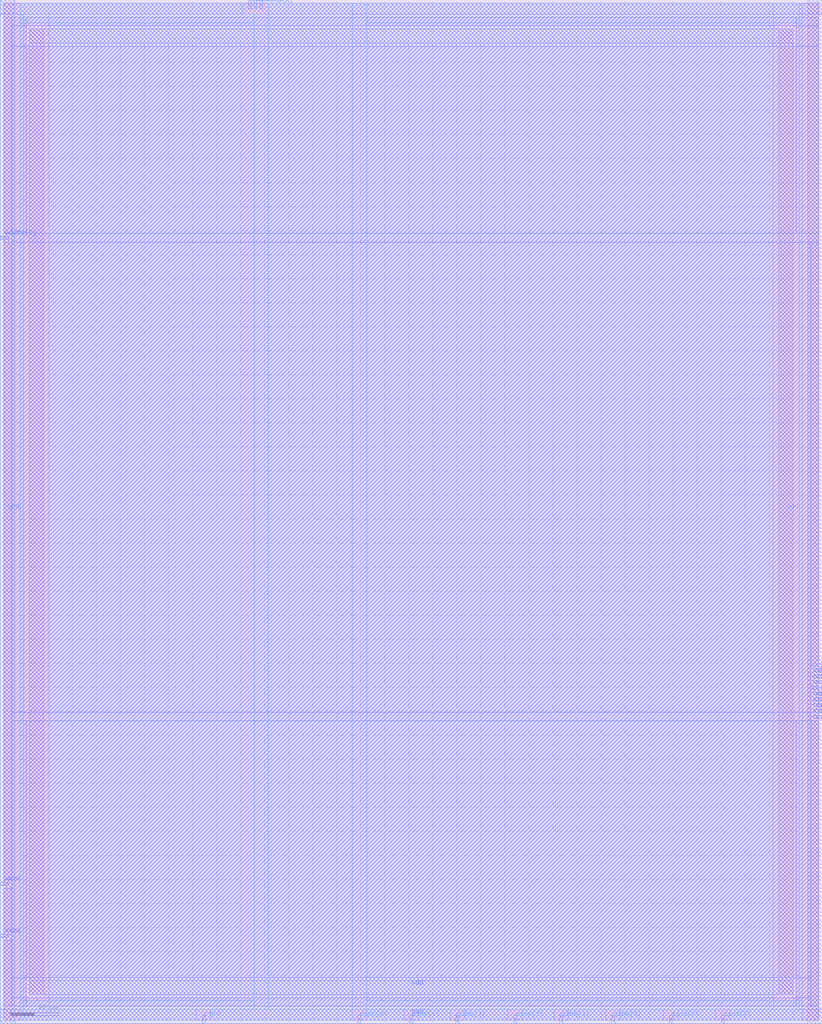
<source format=lef>
VERSION 5.4 ;
NAMESCASESENSITIVE ON ;
BUSBITCHARS "[]" ;
DIVIDERCHAR "/" ;
UNITS
  DATABASE MICRONS 2000 ;
END UNITS
MACRO RAM_Mem
   CLASS BLOCK ;
   SIZE 342.0 BY 426.0 ;
   SYMMETRY X Y R90 ;
   PIN din0[0]
      DIRECTION INPUT ;
      PORT
         LAYER metal4 ;
         RECT  148.8 0.0 150.0 3.6 ;
      END
   END din0[0]
   PIN din0[1]
      DIRECTION INPUT ;
      PORT
         LAYER metal4 ;
         RECT  170.4 0.0 171.6 3.6 ;
      END
   END din0[1]
   PIN din0[2]
      DIRECTION INPUT ;
      PORT
         LAYER metal4 ;
         RECT  189.6 0.0 190.8 3.6 ;
      END
   END din0[2]
   PIN din0[3]
      DIRECTION INPUT ;
      PORT
         LAYER metal4 ;
         RECT  213.6 0.0 214.8 3.6 ;
      END
   END din0[3]
   PIN din0[4]
      DIRECTION INPUT ;
      PORT
         LAYER metal4 ;
         RECT  232.8 0.0 234.0 3.6 ;
      END
   END din0[4]
   PIN din0[5]
      DIRECTION INPUT ;
      PORT
         LAYER metal4 ;
         RECT  254.4 0.0 255.6 3.6 ;
      END
   END din0[5]
   PIN din0[6]
      DIRECTION INPUT ;
      PORT
         LAYER metal4 ;
         RECT  278.4 0.0 279.6 3.6 ;
      END
   END din0[6]
   PIN din0[7]
      DIRECTION INPUT ;
      PORT
         LAYER metal4 ;
         RECT  300.0 0.0 301.2 3.6 ;
      END
   END din0[7]
   PIN addr0[0]
      DIRECTION INPUT ;
      PORT
         LAYER metal3 ;
         RECT  0.0 326.4 3.6 327.6 ;
      END
   END addr0[0]
   PIN addr0[1]
      DIRECTION INPUT ;
      PORT
         LAYER metal4 ;
         RECT  108.0 422.4 109.2 426.0 ;
      END
   END addr0[1]
   PIN addr0[2]
      DIRECTION INPUT ;
      PORT
         LAYER metal4 ;
         RECT  105.6 422.4 106.8 426.0 ;
      END
   END addr0[2]
   PIN addr0[3]
      DIRECTION INPUT ;
      PORT
         LAYER metal4 ;
         RECT  103.2 422.4 104.4 426.0 ;
      END
   END addr0[3]
   PIN csb0
      DIRECTION INPUT ;
      PORT
         LAYER metal3 ;
         RECT  0.0 36.0 3.6 37.2 ;
      END
   END csb0
   PIN web0
      DIRECTION INPUT ;
      PORT
         LAYER metal3 ;
         RECT  0.0 57.6 3.6 58.8 ;
      END
   END web0
   PIN clk0
      DIRECTION INPUT ;
      PORT
         LAYER metal4 ;
         RECT  84.0 0.0 85.2 3.6 ;
      END
   END clk0
   PIN dout0[0]
      DIRECTION OUTPUT ;
      PORT
         LAYER metal3 ;
         RECT  338.4 127.2 342.0 128.4 ;
      END
   END dout0[0]
   PIN dout0[1]
      DIRECTION OUTPUT ;
      PORT
         LAYER metal3 ;
         RECT  338.4 146.4 342.0 147.6 ;
      END
   END dout0[1]
   PIN dout0[2]
      DIRECTION OUTPUT ;
      PORT
         LAYER metal3 ;
         RECT  338.4 129.6 342.0 130.8 ;
      END
   END dout0[2]
   PIN dout0[3]
      DIRECTION OUTPUT ;
      PORT
         LAYER metal3 ;
         RECT  338.4 132.0 342.0 133.2 ;
      END
   END dout0[3]
   PIN dout0[4]
      DIRECTION OUTPUT ;
      PORT
         LAYER metal3 ;
         RECT  338.4 144.0 342.0 145.2 ;
      END
   END dout0[4]
   PIN dout0[5]
      DIRECTION OUTPUT ;
      PORT
         LAYER metal3 ;
         RECT  338.4 141.6 342.0 142.8 ;
      END
   END dout0[5]
   PIN dout0[6]
      DIRECTION OUTPUT ;
      PORT
         LAYER metal3 ;
         RECT  338.4 134.4 342.0 135.6 ;
      END
   END dout0[6]
   PIN dout0[7]
      DIRECTION OUTPUT ;
      PORT
         LAYER metal3 ;
         RECT  338.4 136.8 342.0 138.0 ;
      END
   END dout0[7]
   PIN vdd
      DIRECTION INOUT ;
      USE POWER ; 
      SHAPE ABUTMENT ; 
      PORT
         LAYER metal4 ;
         RECT  12.0 12.0 18.0 414.0 ;
         LAYER metal3 ;
         RECT  12.0 408.0 330.0 414.0 ;
         LAYER metal3 ;
         RECT  12.0 12.0 330.0 18.0 ;
         LAYER metal4 ;
         RECT  324.0 12.0 330.0 414.0 ;
      END
   END vdd
   PIN gnd
      DIRECTION INOUT ;
      USE GROUND ; 
      SHAPE ABUTMENT ; 
      PORT
         LAYER metal4 ;
         RECT  336.0 0.0 342.0 426.0 ;
         LAYER metal3 ;
         RECT  0.0 420.0 342.0 426.0 ;
         LAYER metal3 ;
         RECT  0.0 0.0 342.0 6.0 ;
         LAYER metal4 ;
         RECT  0.0 0.0 6.0 426.0 ;
      END
   END gnd
   OBS
   LAYER  metal1 ;
      RECT  1.4 1.4 340.6 424.6 ;
   LAYER  metal2 ;
      RECT  1.4 1.4 340.6 424.6 ;
   LAYER  metal3 ;
      RECT  4.8 325.2 340.6 328.8 ;
      RECT  1.4 38.4 4.8 56.4 ;
      RECT  1.4 60.0 4.8 325.2 ;
      RECT  4.8 126.0 337.2 129.6 ;
      RECT  4.8 129.6 337.2 325.2 ;
      RECT  337.2 148.8 340.6 325.2 ;
      RECT  337.2 139.2 340.6 140.4 ;
      RECT  4.8 328.8 10.8 406.8 ;
      RECT  4.8 406.8 10.8 415.2 ;
      RECT  10.8 328.8 331.2 406.8 ;
      RECT  331.2 328.8 340.6 406.8 ;
      RECT  331.2 406.8 340.6 415.2 ;
      RECT  4.8 10.8 10.8 19.2 ;
      RECT  4.8 19.2 10.8 126.0 ;
      RECT  10.8 19.2 331.2 126.0 ;
      RECT  331.2 10.8 337.2 19.2 ;
      RECT  331.2 19.2 337.2 126.0 ;
      RECT  1.4 328.8 4.8 418.8 ;
      RECT  4.8 415.2 10.8 418.8 ;
      RECT  10.8 415.2 331.2 418.8 ;
      RECT  331.2 415.2 340.6 418.8 ;
      RECT  1.4 7.2 4.8 34.8 ;
      RECT  337.2 7.2 340.6 126.0 ;
      RECT  4.8 7.2 10.8 10.8 ;
      RECT  10.8 7.2 331.2 10.8 ;
      RECT  331.2 7.2 337.2 10.8 ;
   LAYER  metal4 ;
      RECT  146.4 6.0 152.4 424.6 ;
      RECT  152.4 1.4 168.0 6.0 ;
      RECT  174.0 1.4 187.2 6.0 ;
      RECT  193.2 1.4 211.2 6.0 ;
      RECT  217.2 1.4 230.4 6.0 ;
      RECT  236.4 1.4 252.0 6.0 ;
      RECT  258.0 1.4 276.0 6.0 ;
      RECT  282.0 1.4 297.6 6.0 ;
      RECT  105.6 6.0 111.6 420.0 ;
      RECT  111.6 6.0 146.4 420.0 ;
      RECT  111.6 420.0 146.4 424.6 ;
      RECT  87.6 1.4 146.4 6.0 ;
      RECT  9.6 6.0 20.4 9.6 ;
      RECT  9.6 416.4 20.4 420.0 ;
      RECT  20.4 6.0 105.6 9.6 ;
      RECT  20.4 9.6 105.6 416.4 ;
      RECT  20.4 416.4 105.6 420.0 ;
      RECT  152.4 6.0 321.6 9.6 ;
      RECT  152.4 9.6 321.6 416.4 ;
      RECT  152.4 416.4 321.6 424.6 ;
      RECT  321.6 6.0 332.4 9.6 ;
      RECT  321.6 416.4 332.4 424.6 ;
      RECT  303.6 1.4 333.6 6.0 ;
      RECT  332.4 6.0 333.6 9.6 ;
      RECT  332.4 9.6 333.6 416.4 ;
      RECT  332.4 416.4 333.6 424.6 ;
      RECT  8.4 420.0 100.8 424.6 ;
      RECT  8.4 1.4 81.6 6.0 ;
      RECT  8.4 6.0 9.6 9.6 ;
      RECT  8.4 9.6 9.6 416.4 ;
      RECT  8.4 416.4 9.6 420.0 ;
   END
END    RAM_Mem
END    LIBRARY

</source>
